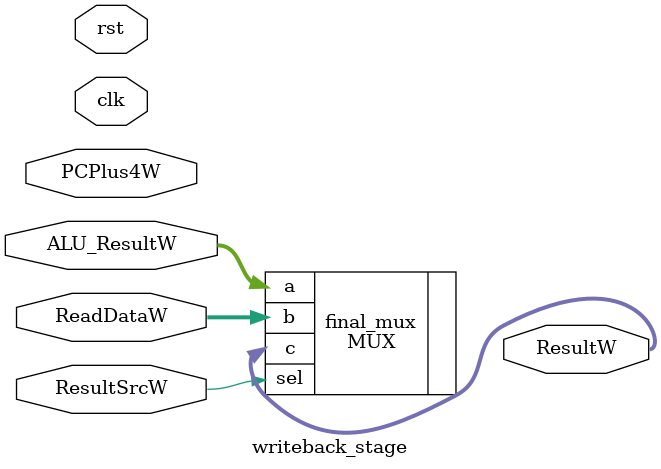
<source format=v>
`include "Mux.v"

module writeback_stage (clk, rst, ResultSrcW, PCPlus4W, ALU_ResultW, ReadDataW, ResultW);

    input clk, rst, ResultSrcW;
    input [31:0] PCPlus4W, ALU_ResultW, ReadDataW;

    output [31:0] ResultW;

 //--------Modules------//

     MUX final_mux (
        .a(ALU_ResultW),
        .b(ReadDataW),
        .sel(ResultSrcW),
        .c(ResultW)
      );  

endmodule
</source>
